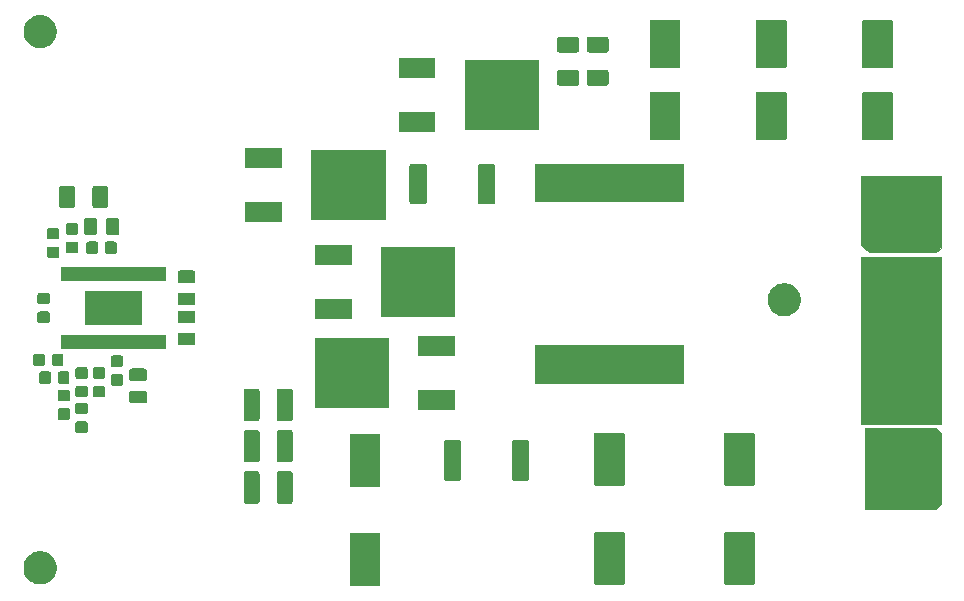
<source format=gbr>
G04 #@! TF.GenerationSoftware,KiCad,Pcbnew,5.1.4-e60b266~84~ubuntu18.04.1*
G04 #@! TF.CreationDate,2019-10-13T11:44:25+02:00*
G04 #@! TF.ProjectId,Buck_boost,4275636b-5f62-46f6-9f73-742e6b696361,rev?*
G04 #@! TF.SameCoordinates,Original*
G04 #@! TF.FileFunction,Soldermask,Top*
G04 #@! TF.FilePolarity,Negative*
%FSLAX46Y46*%
G04 Gerber Fmt 4.6, Leading zero omitted, Abs format (unit mm)*
G04 Created by KiCad (PCBNEW 5.1.4-e60b266~84~ubuntu18.04.1) date 2019-10-13 11:44:25*
%MOMM*%
%LPD*%
G04 APERTURE LIST*
%ADD10C,0.100000*%
G04 APERTURE END LIST*
D10*
G36*
X209750000Y-131300000D02*
G01*
X209750000Y-137300000D01*
X209350000Y-137700000D01*
X203350000Y-137700000D01*
X203350000Y-130900000D01*
X209350000Y-130900000D01*
X209750000Y-131300000D01*
G37*
X209750000Y-131300000D02*
X209750000Y-137300000D01*
X209350000Y-137700000D01*
X203350000Y-137700000D01*
X203350000Y-130900000D01*
X209350000Y-130900000D01*
X209750000Y-131300000D01*
G36*
X209750000Y-130550000D02*
G01*
X203000000Y-130550000D01*
X203000000Y-116350000D01*
X209750000Y-116350000D01*
X209750000Y-130550000D01*
G37*
X209750000Y-130550000D02*
X203000000Y-130550000D01*
X203000000Y-116350000D01*
X209750000Y-116350000D01*
X209750000Y-130550000D01*
G36*
X209750000Y-115600000D02*
G01*
X209350000Y-116000000D01*
X203650000Y-116000000D01*
X203000000Y-115350000D01*
X203000000Y-109500000D01*
X209750000Y-109500000D01*
X209750000Y-115600000D01*
G37*
X209750000Y-115600000D02*
X209350000Y-116000000D01*
X203650000Y-116000000D01*
X203000000Y-115350000D01*
X203000000Y-109500000D01*
X209750000Y-109500000D01*
X209750000Y-115600000D01*
G36*
X162171934Y-139752671D02*
G01*
X162201877Y-139761754D01*
X162229465Y-139776500D01*
X162253651Y-139796349D01*
X162273500Y-139820535D01*
X162288246Y-139848123D01*
X162297329Y-139878066D01*
X162301000Y-139915340D01*
X162301000Y-144084660D01*
X162297329Y-144121934D01*
X162288246Y-144151877D01*
X162273500Y-144179465D01*
X162253651Y-144203651D01*
X162229465Y-144223500D01*
X162201877Y-144238246D01*
X162171934Y-144247329D01*
X162134660Y-144251000D01*
X159865340Y-144251000D01*
X159828066Y-144247329D01*
X159798123Y-144238246D01*
X159770535Y-144223500D01*
X159746349Y-144203651D01*
X159726500Y-144179465D01*
X159711754Y-144151877D01*
X159702671Y-144121934D01*
X159699000Y-144084660D01*
X159699000Y-139915340D01*
X159702671Y-139878066D01*
X159711754Y-139848123D01*
X159726500Y-139820535D01*
X159746349Y-139796349D01*
X159770535Y-139776500D01*
X159798123Y-139761754D01*
X159828066Y-139752671D01*
X159865340Y-139749000D01*
X162134660Y-139749000D01*
X162171934Y-139752671D01*
X162171934Y-139752671D01*
G37*
G36*
X193871934Y-139652671D02*
G01*
X193901877Y-139661754D01*
X193929465Y-139676500D01*
X193953651Y-139696349D01*
X193973500Y-139720535D01*
X193988246Y-139748123D01*
X193997329Y-139778066D01*
X194001000Y-139815340D01*
X194001000Y-143984660D01*
X193997329Y-144021934D01*
X193988246Y-144051877D01*
X193973500Y-144079465D01*
X193953651Y-144103651D01*
X193929465Y-144123500D01*
X193901877Y-144138246D01*
X193871934Y-144147329D01*
X193834660Y-144151000D01*
X191565340Y-144151000D01*
X191528066Y-144147329D01*
X191498123Y-144138246D01*
X191470535Y-144123500D01*
X191446349Y-144103651D01*
X191426500Y-144079465D01*
X191411754Y-144051877D01*
X191402671Y-144021934D01*
X191399000Y-143984660D01*
X191399000Y-139815340D01*
X191402671Y-139778066D01*
X191411754Y-139748123D01*
X191426500Y-139720535D01*
X191446349Y-139696349D01*
X191470535Y-139676500D01*
X191498123Y-139661754D01*
X191528066Y-139652671D01*
X191565340Y-139649000D01*
X193834660Y-139649000D01*
X193871934Y-139652671D01*
X193871934Y-139652671D01*
G37*
G36*
X182871934Y-139652671D02*
G01*
X182901877Y-139661754D01*
X182929465Y-139676500D01*
X182953651Y-139696349D01*
X182973500Y-139720535D01*
X182988246Y-139748123D01*
X182997329Y-139778066D01*
X183001000Y-139815340D01*
X183001000Y-143984660D01*
X182997329Y-144021934D01*
X182988246Y-144051877D01*
X182973500Y-144079465D01*
X182953651Y-144103651D01*
X182929465Y-144123500D01*
X182901877Y-144138246D01*
X182871934Y-144147329D01*
X182834660Y-144151000D01*
X180565340Y-144151000D01*
X180528066Y-144147329D01*
X180498123Y-144138246D01*
X180470535Y-144123500D01*
X180446349Y-144103651D01*
X180426500Y-144079465D01*
X180411754Y-144051877D01*
X180402671Y-144021934D01*
X180399000Y-143984660D01*
X180399000Y-139815340D01*
X180402671Y-139778066D01*
X180411754Y-139748123D01*
X180426500Y-139720535D01*
X180446349Y-139696349D01*
X180470535Y-139676500D01*
X180498123Y-139661754D01*
X180528066Y-139652671D01*
X180565340Y-139649000D01*
X182834660Y-139649000D01*
X182871934Y-139652671D01*
X182871934Y-139652671D01*
G37*
G36*
X133818433Y-141334893D02*
G01*
X133908657Y-141352839D01*
X134014267Y-141396585D01*
X134163621Y-141458449D01*
X134163622Y-141458450D01*
X134393086Y-141611772D01*
X134588228Y-141806914D01*
X134690675Y-141960237D01*
X134741551Y-142036379D01*
X134847161Y-142291344D01*
X134901000Y-142562012D01*
X134901000Y-142837988D01*
X134847161Y-143108656D01*
X134741551Y-143363621D01*
X134741550Y-143363622D01*
X134588228Y-143593086D01*
X134393086Y-143788228D01*
X134239763Y-143890675D01*
X134163621Y-143941551D01*
X134045752Y-143990374D01*
X133908657Y-144047161D01*
X133818433Y-144065107D01*
X133637988Y-144101000D01*
X133362012Y-144101000D01*
X133181567Y-144065107D01*
X133091343Y-144047161D01*
X132954248Y-143990374D01*
X132836379Y-143941551D01*
X132760237Y-143890675D01*
X132606914Y-143788228D01*
X132411772Y-143593086D01*
X132258450Y-143363622D01*
X132258449Y-143363621D01*
X132152839Y-143108656D01*
X132099000Y-142837988D01*
X132099000Y-142562012D01*
X132152839Y-142291344D01*
X132258449Y-142036379D01*
X132309325Y-141960237D01*
X132411772Y-141806914D01*
X132606914Y-141611772D01*
X132836378Y-141458450D01*
X132836379Y-141458449D01*
X132985733Y-141396585D01*
X133091343Y-141352839D01*
X133181567Y-141334893D01*
X133362012Y-141299000D01*
X133637988Y-141299000D01*
X133818433Y-141334893D01*
X133818433Y-141334893D01*
G37*
G36*
X154718604Y-134528347D02*
G01*
X154755144Y-134539432D01*
X154788821Y-134557433D01*
X154818341Y-134581659D01*
X154842567Y-134611179D01*
X154860568Y-134644856D01*
X154871653Y-134681396D01*
X154876000Y-134725538D01*
X154876000Y-137074462D01*
X154871653Y-137118604D01*
X154860568Y-137155144D01*
X154842567Y-137188821D01*
X154818341Y-137218341D01*
X154788821Y-137242567D01*
X154755144Y-137260568D01*
X154718604Y-137271653D01*
X154674462Y-137276000D01*
X153725538Y-137276000D01*
X153681396Y-137271653D01*
X153644856Y-137260568D01*
X153611179Y-137242567D01*
X153581659Y-137218341D01*
X153557433Y-137188821D01*
X153539432Y-137155144D01*
X153528347Y-137118604D01*
X153524000Y-137074462D01*
X153524000Y-134725538D01*
X153528347Y-134681396D01*
X153539432Y-134644856D01*
X153557433Y-134611179D01*
X153581659Y-134581659D01*
X153611179Y-134557433D01*
X153644856Y-134539432D01*
X153681396Y-134528347D01*
X153725538Y-134524000D01*
X154674462Y-134524000D01*
X154718604Y-134528347D01*
X154718604Y-134528347D01*
G37*
G36*
X151918604Y-134528347D02*
G01*
X151955144Y-134539432D01*
X151988821Y-134557433D01*
X152018341Y-134581659D01*
X152042567Y-134611179D01*
X152060568Y-134644856D01*
X152071653Y-134681396D01*
X152076000Y-134725538D01*
X152076000Y-137074462D01*
X152071653Y-137118604D01*
X152060568Y-137155144D01*
X152042567Y-137188821D01*
X152018341Y-137218341D01*
X151988821Y-137242567D01*
X151955144Y-137260568D01*
X151918604Y-137271653D01*
X151874462Y-137276000D01*
X150925538Y-137276000D01*
X150881396Y-137271653D01*
X150844856Y-137260568D01*
X150811179Y-137242567D01*
X150781659Y-137218341D01*
X150757433Y-137188821D01*
X150739432Y-137155144D01*
X150728347Y-137118604D01*
X150724000Y-137074462D01*
X150724000Y-134725538D01*
X150728347Y-134681396D01*
X150739432Y-134644856D01*
X150757433Y-134611179D01*
X150781659Y-134581659D01*
X150811179Y-134557433D01*
X150844856Y-134539432D01*
X150881396Y-134528347D01*
X150925538Y-134524000D01*
X151874462Y-134524000D01*
X151918604Y-134528347D01*
X151918604Y-134528347D01*
G37*
G36*
X162171934Y-131352671D02*
G01*
X162201877Y-131361754D01*
X162229465Y-131376500D01*
X162253651Y-131396349D01*
X162273500Y-131420535D01*
X162288246Y-131448123D01*
X162297329Y-131478066D01*
X162301000Y-131515340D01*
X162301000Y-135684660D01*
X162297329Y-135721934D01*
X162288246Y-135751877D01*
X162273500Y-135779465D01*
X162253651Y-135803651D01*
X162229465Y-135823500D01*
X162201877Y-135838246D01*
X162171934Y-135847329D01*
X162134660Y-135851000D01*
X159865340Y-135851000D01*
X159828066Y-135847329D01*
X159798123Y-135838246D01*
X159770535Y-135823500D01*
X159746349Y-135803651D01*
X159726500Y-135779465D01*
X159711754Y-135751877D01*
X159702671Y-135721934D01*
X159699000Y-135684660D01*
X159699000Y-131515340D01*
X159702671Y-131478066D01*
X159711754Y-131448123D01*
X159726500Y-131420535D01*
X159746349Y-131396349D01*
X159770535Y-131376500D01*
X159798123Y-131361754D01*
X159828066Y-131352671D01*
X159865340Y-131349000D01*
X162134660Y-131349000D01*
X162171934Y-131352671D01*
X162171934Y-131352671D01*
G37*
G36*
X182871934Y-131252671D02*
G01*
X182901877Y-131261754D01*
X182929465Y-131276500D01*
X182953651Y-131296349D01*
X182973500Y-131320535D01*
X182988246Y-131348123D01*
X182997329Y-131378066D01*
X183001000Y-131415340D01*
X183001000Y-135584660D01*
X182997329Y-135621934D01*
X182988246Y-135651877D01*
X182973500Y-135679465D01*
X182953651Y-135703651D01*
X182929465Y-135723500D01*
X182901877Y-135738246D01*
X182871934Y-135747329D01*
X182834660Y-135751000D01*
X180565340Y-135751000D01*
X180528066Y-135747329D01*
X180498123Y-135738246D01*
X180470535Y-135723500D01*
X180446349Y-135703651D01*
X180426500Y-135679465D01*
X180411754Y-135651877D01*
X180402671Y-135621934D01*
X180399000Y-135584660D01*
X180399000Y-131415340D01*
X180402671Y-131378066D01*
X180411754Y-131348123D01*
X180426500Y-131320535D01*
X180446349Y-131296349D01*
X180470535Y-131276500D01*
X180498123Y-131261754D01*
X180528066Y-131252671D01*
X180565340Y-131249000D01*
X182834660Y-131249000D01*
X182871934Y-131252671D01*
X182871934Y-131252671D01*
G37*
G36*
X193871934Y-131252671D02*
G01*
X193901877Y-131261754D01*
X193929465Y-131276500D01*
X193953651Y-131296349D01*
X193973500Y-131320535D01*
X193988246Y-131348123D01*
X193997329Y-131378066D01*
X194001000Y-131415340D01*
X194001000Y-135584660D01*
X193997329Y-135621934D01*
X193988246Y-135651877D01*
X193973500Y-135679465D01*
X193953651Y-135703651D01*
X193929465Y-135723500D01*
X193901877Y-135738246D01*
X193871934Y-135747329D01*
X193834660Y-135751000D01*
X191565340Y-135751000D01*
X191528066Y-135747329D01*
X191498123Y-135738246D01*
X191470535Y-135723500D01*
X191446349Y-135703651D01*
X191426500Y-135679465D01*
X191411754Y-135651877D01*
X191402671Y-135621934D01*
X191399000Y-135584660D01*
X191399000Y-131415340D01*
X191402671Y-131378066D01*
X191411754Y-131348123D01*
X191426500Y-131320535D01*
X191446349Y-131296349D01*
X191470535Y-131276500D01*
X191498123Y-131261754D01*
X191528066Y-131252671D01*
X191565340Y-131249000D01*
X193834660Y-131249000D01*
X193871934Y-131252671D01*
X193871934Y-131252671D01*
G37*
G36*
X174772798Y-131878247D02*
G01*
X174808367Y-131889037D01*
X174841139Y-131906554D01*
X174869869Y-131930131D01*
X174893446Y-131958861D01*
X174910963Y-131991633D01*
X174921753Y-132027202D01*
X174926000Y-132070325D01*
X174926000Y-135129675D01*
X174921753Y-135172798D01*
X174910963Y-135208367D01*
X174893446Y-135241139D01*
X174869869Y-135269869D01*
X174841139Y-135293446D01*
X174808367Y-135310963D01*
X174772798Y-135321753D01*
X174729675Y-135326000D01*
X173670325Y-135326000D01*
X173627202Y-135321753D01*
X173591633Y-135310963D01*
X173558861Y-135293446D01*
X173530131Y-135269869D01*
X173506554Y-135241139D01*
X173489037Y-135208367D01*
X173478247Y-135172798D01*
X173474000Y-135129675D01*
X173474000Y-132070325D01*
X173478247Y-132027202D01*
X173489037Y-131991633D01*
X173506554Y-131958861D01*
X173530131Y-131930131D01*
X173558861Y-131906554D01*
X173591633Y-131889037D01*
X173627202Y-131878247D01*
X173670325Y-131874000D01*
X174729675Y-131874000D01*
X174772798Y-131878247D01*
X174772798Y-131878247D01*
G37*
G36*
X168972798Y-131878247D02*
G01*
X169008367Y-131889037D01*
X169041139Y-131906554D01*
X169069869Y-131930131D01*
X169093446Y-131958861D01*
X169110963Y-131991633D01*
X169121753Y-132027202D01*
X169126000Y-132070325D01*
X169126000Y-135129675D01*
X169121753Y-135172798D01*
X169110963Y-135208367D01*
X169093446Y-135241139D01*
X169069869Y-135269869D01*
X169041139Y-135293446D01*
X169008367Y-135310963D01*
X168972798Y-135321753D01*
X168929675Y-135326000D01*
X167870325Y-135326000D01*
X167827202Y-135321753D01*
X167791633Y-135310963D01*
X167758861Y-135293446D01*
X167730131Y-135269869D01*
X167706554Y-135241139D01*
X167689037Y-135208367D01*
X167678247Y-135172798D01*
X167674000Y-135129675D01*
X167674000Y-132070325D01*
X167678247Y-132027202D01*
X167689037Y-131991633D01*
X167706554Y-131958861D01*
X167730131Y-131930131D01*
X167758861Y-131906554D01*
X167791633Y-131889037D01*
X167827202Y-131878247D01*
X167870325Y-131874000D01*
X168929675Y-131874000D01*
X168972798Y-131878247D01*
X168972798Y-131878247D01*
G37*
G36*
X151918604Y-131028347D02*
G01*
X151955144Y-131039432D01*
X151988821Y-131057433D01*
X152018341Y-131081659D01*
X152042567Y-131111179D01*
X152060568Y-131144856D01*
X152071653Y-131181396D01*
X152076000Y-131225538D01*
X152076000Y-133574462D01*
X152071653Y-133618604D01*
X152060568Y-133655144D01*
X152042567Y-133688821D01*
X152018341Y-133718341D01*
X151988821Y-133742567D01*
X151955144Y-133760568D01*
X151918604Y-133771653D01*
X151874462Y-133776000D01*
X150925538Y-133776000D01*
X150881396Y-133771653D01*
X150844856Y-133760568D01*
X150811179Y-133742567D01*
X150781659Y-133718341D01*
X150757433Y-133688821D01*
X150739432Y-133655144D01*
X150728347Y-133618604D01*
X150724000Y-133574462D01*
X150724000Y-131225538D01*
X150728347Y-131181396D01*
X150739432Y-131144856D01*
X150757433Y-131111179D01*
X150781659Y-131081659D01*
X150811179Y-131057433D01*
X150844856Y-131039432D01*
X150881396Y-131028347D01*
X150925538Y-131024000D01*
X151874462Y-131024000D01*
X151918604Y-131028347D01*
X151918604Y-131028347D01*
G37*
G36*
X154718604Y-131028347D02*
G01*
X154755144Y-131039432D01*
X154788821Y-131057433D01*
X154818341Y-131081659D01*
X154842567Y-131111179D01*
X154860568Y-131144856D01*
X154871653Y-131181396D01*
X154876000Y-131225538D01*
X154876000Y-133574462D01*
X154871653Y-133618604D01*
X154860568Y-133655144D01*
X154842567Y-133688821D01*
X154818341Y-133718341D01*
X154788821Y-133742567D01*
X154755144Y-133760568D01*
X154718604Y-133771653D01*
X154674462Y-133776000D01*
X153725538Y-133776000D01*
X153681396Y-133771653D01*
X153644856Y-133760568D01*
X153611179Y-133742567D01*
X153581659Y-133718341D01*
X153557433Y-133688821D01*
X153539432Y-133655144D01*
X153528347Y-133618604D01*
X153524000Y-133574462D01*
X153524000Y-131225538D01*
X153528347Y-131181396D01*
X153539432Y-131144856D01*
X153557433Y-131111179D01*
X153581659Y-131081659D01*
X153611179Y-131057433D01*
X153644856Y-131039432D01*
X153681396Y-131028347D01*
X153725538Y-131024000D01*
X154674462Y-131024000D01*
X154718604Y-131028347D01*
X154718604Y-131028347D01*
G37*
G36*
X137379591Y-130303085D02*
G01*
X137413569Y-130313393D01*
X137444890Y-130330134D01*
X137472339Y-130352661D01*
X137494866Y-130380110D01*
X137511607Y-130411431D01*
X137521915Y-130445409D01*
X137526000Y-130486890D01*
X137526000Y-131088110D01*
X137521915Y-131129591D01*
X137511607Y-131163569D01*
X137494866Y-131194890D01*
X137472339Y-131222339D01*
X137444890Y-131244866D01*
X137413569Y-131261607D01*
X137379591Y-131271915D01*
X137338110Y-131276000D01*
X136661890Y-131276000D01*
X136620409Y-131271915D01*
X136586431Y-131261607D01*
X136555110Y-131244866D01*
X136527661Y-131222339D01*
X136505134Y-131194890D01*
X136488393Y-131163569D01*
X136478085Y-131129591D01*
X136474000Y-131088110D01*
X136474000Y-130486890D01*
X136478085Y-130445409D01*
X136488393Y-130411431D01*
X136505134Y-130380110D01*
X136527661Y-130352661D01*
X136555110Y-130330134D01*
X136586431Y-130313393D01*
X136620409Y-130303085D01*
X136661890Y-130299000D01*
X137338110Y-130299000D01*
X137379591Y-130303085D01*
X137379591Y-130303085D01*
G37*
G36*
X154718604Y-127528347D02*
G01*
X154755144Y-127539432D01*
X154788821Y-127557433D01*
X154818341Y-127581659D01*
X154842567Y-127611179D01*
X154860568Y-127644856D01*
X154871653Y-127681396D01*
X154876000Y-127725538D01*
X154876000Y-130074462D01*
X154871653Y-130118604D01*
X154860568Y-130155144D01*
X154842567Y-130188821D01*
X154818341Y-130218341D01*
X154788821Y-130242567D01*
X154755144Y-130260568D01*
X154718604Y-130271653D01*
X154674462Y-130276000D01*
X153725538Y-130276000D01*
X153681396Y-130271653D01*
X153644856Y-130260568D01*
X153611179Y-130242567D01*
X153581659Y-130218341D01*
X153557433Y-130188821D01*
X153539432Y-130155144D01*
X153528347Y-130118604D01*
X153524000Y-130074462D01*
X153524000Y-127725538D01*
X153528347Y-127681396D01*
X153539432Y-127644856D01*
X153557433Y-127611179D01*
X153581659Y-127581659D01*
X153611179Y-127557433D01*
X153644856Y-127539432D01*
X153681396Y-127528347D01*
X153725538Y-127524000D01*
X154674462Y-127524000D01*
X154718604Y-127528347D01*
X154718604Y-127528347D01*
G37*
G36*
X151918604Y-127528347D02*
G01*
X151955144Y-127539432D01*
X151988821Y-127557433D01*
X152018341Y-127581659D01*
X152042567Y-127611179D01*
X152060568Y-127644856D01*
X152071653Y-127681396D01*
X152076000Y-127725538D01*
X152076000Y-130074462D01*
X152071653Y-130118604D01*
X152060568Y-130155144D01*
X152042567Y-130188821D01*
X152018341Y-130218341D01*
X151988821Y-130242567D01*
X151955144Y-130260568D01*
X151918604Y-130271653D01*
X151874462Y-130276000D01*
X150925538Y-130276000D01*
X150881396Y-130271653D01*
X150844856Y-130260568D01*
X150811179Y-130242567D01*
X150781659Y-130218341D01*
X150757433Y-130188821D01*
X150739432Y-130155144D01*
X150728347Y-130118604D01*
X150724000Y-130074462D01*
X150724000Y-127725538D01*
X150728347Y-127681396D01*
X150739432Y-127644856D01*
X150757433Y-127611179D01*
X150781659Y-127581659D01*
X150811179Y-127557433D01*
X150844856Y-127539432D01*
X150881396Y-127528347D01*
X150925538Y-127524000D01*
X151874462Y-127524000D01*
X151918604Y-127528347D01*
X151918604Y-127528347D01*
G37*
G36*
X135879591Y-129203085D02*
G01*
X135913569Y-129213393D01*
X135944890Y-129230134D01*
X135972339Y-129252661D01*
X135994866Y-129280110D01*
X136011607Y-129311431D01*
X136021915Y-129345409D01*
X136026000Y-129386890D01*
X136026000Y-129988110D01*
X136021915Y-130029591D01*
X136011607Y-130063569D01*
X135994866Y-130094890D01*
X135972339Y-130122339D01*
X135944890Y-130144866D01*
X135913569Y-130161607D01*
X135879591Y-130171915D01*
X135838110Y-130176000D01*
X135161890Y-130176000D01*
X135120409Y-130171915D01*
X135086431Y-130161607D01*
X135055110Y-130144866D01*
X135027661Y-130122339D01*
X135005134Y-130094890D01*
X134988393Y-130063569D01*
X134978085Y-130029591D01*
X134974000Y-129988110D01*
X134974000Y-129386890D01*
X134978085Y-129345409D01*
X134988393Y-129311431D01*
X135005134Y-129280110D01*
X135027661Y-129252661D01*
X135055110Y-129230134D01*
X135086431Y-129213393D01*
X135120409Y-129203085D01*
X135161890Y-129199000D01*
X135838110Y-129199000D01*
X135879591Y-129203085D01*
X135879591Y-129203085D01*
G37*
G36*
X137379591Y-128728085D02*
G01*
X137413569Y-128738393D01*
X137444890Y-128755134D01*
X137472339Y-128777661D01*
X137494866Y-128805110D01*
X137511607Y-128836431D01*
X137521915Y-128870409D01*
X137526000Y-128911890D01*
X137526000Y-129513110D01*
X137521915Y-129554591D01*
X137511607Y-129588569D01*
X137494866Y-129619890D01*
X137472339Y-129647339D01*
X137444890Y-129669866D01*
X137413569Y-129686607D01*
X137379591Y-129696915D01*
X137338110Y-129701000D01*
X136661890Y-129701000D01*
X136620409Y-129696915D01*
X136586431Y-129686607D01*
X136555110Y-129669866D01*
X136527661Y-129647339D01*
X136505134Y-129619890D01*
X136488393Y-129588569D01*
X136478085Y-129554591D01*
X136474000Y-129513110D01*
X136474000Y-128911890D01*
X136478085Y-128870409D01*
X136488393Y-128836431D01*
X136505134Y-128805110D01*
X136527661Y-128777661D01*
X136555110Y-128755134D01*
X136586431Y-128738393D01*
X136620409Y-128728085D01*
X136661890Y-128724000D01*
X137338110Y-128724000D01*
X137379591Y-128728085D01*
X137379591Y-128728085D01*
G37*
G36*
X168631000Y-129336000D02*
G01*
X165529000Y-129336000D01*
X165529000Y-127634000D01*
X168631000Y-127634000D01*
X168631000Y-129336000D01*
X168631000Y-129336000D01*
G37*
G36*
X163051000Y-129151000D02*
G01*
X156749000Y-129151000D01*
X156749000Y-123249000D01*
X163051000Y-123249000D01*
X163051000Y-129151000D01*
X163051000Y-129151000D01*
G37*
G36*
X142384468Y-127703565D02*
G01*
X142423138Y-127715296D01*
X142458777Y-127734346D01*
X142490017Y-127759983D01*
X142515654Y-127791223D01*
X142534704Y-127826862D01*
X142546435Y-127865532D01*
X142551000Y-127911888D01*
X142551000Y-128563112D01*
X142546435Y-128609468D01*
X142534704Y-128648138D01*
X142515654Y-128683777D01*
X142490017Y-128715017D01*
X142458777Y-128740654D01*
X142423138Y-128759704D01*
X142384468Y-128771435D01*
X142338112Y-128776000D01*
X141261888Y-128776000D01*
X141215532Y-128771435D01*
X141176862Y-128759704D01*
X141141223Y-128740654D01*
X141109983Y-128715017D01*
X141084346Y-128683777D01*
X141065296Y-128648138D01*
X141053565Y-128609468D01*
X141049000Y-128563112D01*
X141049000Y-127911888D01*
X141053565Y-127865532D01*
X141065296Y-127826862D01*
X141084346Y-127791223D01*
X141109983Y-127759983D01*
X141141223Y-127734346D01*
X141176862Y-127715296D01*
X141215532Y-127703565D01*
X141261888Y-127699000D01*
X142338112Y-127699000D01*
X142384468Y-127703565D01*
X142384468Y-127703565D01*
G37*
G36*
X135879591Y-127628085D02*
G01*
X135913569Y-127638393D01*
X135944890Y-127655134D01*
X135972339Y-127677661D01*
X135994866Y-127705110D01*
X136011607Y-127736431D01*
X136021915Y-127770409D01*
X136026000Y-127811890D01*
X136026000Y-128413110D01*
X136021915Y-128454591D01*
X136011607Y-128488569D01*
X135994866Y-128519890D01*
X135972339Y-128547339D01*
X135944890Y-128569866D01*
X135913569Y-128586607D01*
X135879591Y-128596915D01*
X135838110Y-128601000D01*
X135161890Y-128601000D01*
X135120409Y-128596915D01*
X135086431Y-128586607D01*
X135055110Y-128569866D01*
X135027661Y-128547339D01*
X135005134Y-128519890D01*
X134988393Y-128488569D01*
X134978085Y-128454591D01*
X134974000Y-128413110D01*
X134974000Y-127811890D01*
X134978085Y-127770409D01*
X134988393Y-127736431D01*
X135005134Y-127705110D01*
X135027661Y-127677661D01*
X135055110Y-127655134D01*
X135086431Y-127638393D01*
X135120409Y-127628085D01*
X135161890Y-127624000D01*
X135838110Y-127624000D01*
X135879591Y-127628085D01*
X135879591Y-127628085D01*
G37*
G36*
X138879591Y-127303085D02*
G01*
X138913569Y-127313393D01*
X138944890Y-127330134D01*
X138972339Y-127352661D01*
X138994866Y-127380110D01*
X139011607Y-127411431D01*
X139021915Y-127445409D01*
X139026000Y-127486890D01*
X139026000Y-128088110D01*
X139021915Y-128129591D01*
X139011607Y-128163569D01*
X138994866Y-128194890D01*
X138972339Y-128222339D01*
X138944890Y-128244866D01*
X138913569Y-128261607D01*
X138879591Y-128271915D01*
X138838110Y-128276000D01*
X138161890Y-128276000D01*
X138120409Y-128271915D01*
X138086431Y-128261607D01*
X138055110Y-128244866D01*
X138027661Y-128222339D01*
X138005134Y-128194890D01*
X137988393Y-128163569D01*
X137978085Y-128129591D01*
X137974000Y-128088110D01*
X137974000Y-127486890D01*
X137978085Y-127445409D01*
X137988393Y-127411431D01*
X138005134Y-127380110D01*
X138027661Y-127352661D01*
X138055110Y-127330134D01*
X138086431Y-127313393D01*
X138120409Y-127303085D01*
X138161890Y-127299000D01*
X138838110Y-127299000D01*
X138879591Y-127303085D01*
X138879591Y-127303085D01*
G37*
G36*
X137394592Y-127298084D02*
G01*
X137428570Y-127308392D01*
X137459891Y-127325133D01*
X137487340Y-127347660D01*
X137509867Y-127375109D01*
X137526608Y-127406430D01*
X137536916Y-127440408D01*
X137541001Y-127481889D01*
X137541001Y-128083109D01*
X137536916Y-128124590D01*
X137526608Y-128158568D01*
X137509867Y-128189889D01*
X137487340Y-128217338D01*
X137459891Y-128239865D01*
X137428570Y-128256606D01*
X137394592Y-128266914D01*
X137353111Y-128270999D01*
X136676891Y-128270999D01*
X136635410Y-128266914D01*
X136601432Y-128256606D01*
X136570111Y-128239865D01*
X136542662Y-128217338D01*
X136520135Y-128189889D01*
X136503394Y-128158568D01*
X136493086Y-128124590D01*
X136489001Y-128083109D01*
X136489001Y-127481889D01*
X136493086Y-127440408D01*
X136503394Y-127406430D01*
X136520135Y-127375109D01*
X136542662Y-127347660D01*
X136570111Y-127325133D01*
X136601432Y-127308392D01*
X136635410Y-127298084D01*
X136676891Y-127293999D01*
X137353111Y-127293999D01*
X137394592Y-127298084D01*
X137394592Y-127298084D01*
G37*
G36*
X140379591Y-126303085D02*
G01*
X140413569Y-126313393D01*
X140444890Y-126330134D01*
X140472339Y-126352661D01*
X140494866Y-126380110D01*
X140511607Y-126411431D01*
X140521915Y-126445409D01*
X140526000Y-126486890D01*
X140526000Y-127088110D01*
X140521915Y-127129591D01*
X140511607Y-127163569D01*
X140494866Y-127194890D01*
X140472339Y-127222339D01*
X140444890Y-127244866D01*
X140413569Y-127261607D01*
X140379591Y-127271915D01*
X140338110Y-127276000D01*
X139661890Y-127276000D01*
X139620409Y-127271915D01*
X139586431Y-127261607D01*
X139555110Y-127244866D01*
X139527661Y-127222339D01*
X139505134Y-127194890D01*
X139488393Y-127163569D01*
X139478085Y-127129591D01*
X139474000Y-127088110D01*
X139474000Y-126486890D01*
X139478085Y-126445409D01*
X139488393Y-126411431D01*
X139505134Y-126380110D01*
X139527661Y-126352661D01*
X139555110Y-126330134D01*
X139586431Y-126313393D01*
X139620409Y-126303085D01*
X139661890Y-126299000D01*
X140338110Y-126299000D01*
X140379591Y-126303085D01*
X140379591Y-126303085D01*
G37*
G36*
X135842091Y-126078085D02*
G01*
X135876069Y-126088393D01*
X135907390Y-126105134D01*
X135934839Y-126127661D01*
X135957366Y-126155110D01*
X135974107Y-126186431D01*
X135984415Y-126220409D01*
X135988500Y-126261890D01*
X135988500Y-126938110D01*
X135984415Y-126979591D01*
X135974107Y-127013569D01*
X135957366Y-127044890D01*
X135934839Y-127072339D01*
X135907390Y-127094866D01*
X135876069Y-127111607D01*
X135842091Y-127121915D01*
X135800610Y-127126000D01*
X135199390Y-127126000D01*
X135157909Y-127121915D01*
X135123931Y-127111607D01*
X135092610Y-127094866D01*
X135065161Y-127072339D01*
X135042634Y-127044890D01*
X135025893Y-127013569D01*
X135015585Y-126979591D01*
X135011500Y-126938110D01*
X135011500Y-126261890D01*
X135015585Y-126220409D01*
X135025893Y-126186431D01*
X135042634Y-126155110D01*
X135065161Y-126127661D01*
X135092610Y-126105134D01*
X135123931Y-126088393D01*
X135157909Y-126078085D01*
X135199390Y-126074000D01*
X135800610Y-126074000D01*
X135842091Y-126078085D01*
X135842091Y-126078085D01*
G37*
G36*
X134267091Y-126078085D02*
G01*
X134301069Y-126088393D01*
X134332390Y-126105134D01*
X134359839Y-126127661D01*
X134382366Y-126155110D01*
X134399107Y-126186431D01*
X134409415Y-126220409D01*
X134413500Y-126261890D01*
X134413500Y-126938110D01*
X134409415Y-126979591D01*
X134399107Y-127013569D01*
X134382366Y-127044890D01*
X134359839Y-127072339D01*
X134332390Y-127094866D01*
X134301069Y-127111607D01*
X134267091Y-127121915D01*
X134225610Y-127126000D01*
X133624390Y-127126000D01*
X133582909Y-127121915D01*
X133548931Y-127111607D01*
X133517610Y-127094866D01*
X133490161Y-127072339D01*
X133467634Y-127044890D01*
X133450893Y-127013569D01*
X133440585Y-126979591D01*
X133436500Y-126938110D01*
X133436500Y-126261890D01*
X133440585Y-126220409D01*
X133450893Y-126186431D01*
X133467634Y-126155110D01*
X133490161Y-126127661D01*
X133517610Y-126105134D01*
X133548931Y-126088393D01*
X133582909Y-126078085D01*
X133624390Y-126074000D01*
X134225610Y-126074000D01*
X134267091Y-126078085D01*
X134267091Y-126078085D01*
G37*
G36*
X188001000Y-127101000D02*
G01*
X175399000Y-127101000D01*
X175399000Y-123849000D01*
X188001000Y-123849000D01*
X188001000Y-127101000D01*
X188001000Y-127101000D01*
G37*
G36*
X142384468Y-125828565D02*
G01*
X142423138Y-125840296D01*
X142458777Y-125859346D01*
X142490017Y-125884983D01*
X142515654Y-125916223D01*
X142534704Y-125951862D01*
X142546435Y-125990532D01*
X142551000Y-126036888D01*
X142551000Y-126688112D01*
X142546435Y-126734468D01*
X142534704Y-126773138D01*
X142515654Y-126808777D01*
X142490017Y-126840017D01*
X142458777Y-126865654D01*
X142423138Y-126884704D01*
X142384468Y-126896435D01*
X142338112Y-126901000D01*
X141261888Y-126901000D01*
X141215532Y-126896435D01*
X141176862Y-126884704D01*
X141141223Y-126865654D01*
X141109983Y-126840017D01*
X141084346Y-126808777D01*
X141065296Y-126773138D01*
X141053565Y-126734468D01*
X141049000Y-126688112D01*
X141049000Y-126036888D01*
X141053565Y-125990532D01*
X141065296Y-125951862D01*
X141084346Y-125916223D01*
X141109983Y-125884983D01*
X141141223Y-125859346D01*
X141176862Y-125840296D01*
X141215532Y-125828565D01*
X141261888Y-125824000D01*
X142338112Y-125824000D01*
X142384468Y-125828565D01*
X142384468Y-125828565D01*
G37*
G36*
X138879591Y-125728085D02*
G01*
X138913569Y-125738393D01*
X138944890Y-125755134D01*
X138972339Y-125777661D01*
X138994866Y-125805110D01*
X139011607Y-125836431D01*
X139021915Y-125870409D01*
X139026000Y-125911890D01*
X139026000Y-126513110D01*
X139021915Y-126554591D01*
X139011607Y-126588569D01*
X138994866Y-126619890D01*
X138972339Y-126647339D01*
X138944890Y-126669866D01*
X138913569Y-126686607D01*
X138879591Y-126696915D01*
X138838110Y-126701000D01*
X138161890Y-126701000D01*
X138120409Y-126696915D01*
X138086431Y-126686607D01*
X138055110Y-126669866D01*
X138027661Y-126647339D01*
X138005134Y-126619890D01*
X137988393Y-126588569D01*
X137978085Y-126554591D01*
X137974000Y-126513110D01*
X137974000Y-125911890D01*
X137978085Y-125870409D01*
X137988393Y-125836431D01*
X138005134Y-125805110D01*
X138027661Y-125777661D01*
X138055110Y-125755134D01*
X138086431Y-125738393D01*
X138120409Y-125728085D01*
X138161890Y-125724000D01*
X138838110Y-125724000D01*
X138879591Y-125728085D01*
X138879591Y-125728085D01*
G37*
G36*
X137394592Y-125723084D02*
G01*
X137428570Y-125733392D01*
X137459891Y-125750133D01*
X137487340Y-125772660D01*
X137509867Y-125800109D01*
X137526608Y-125831430D01*
X137536916Y-125865408D01*
X137541001Y-125906889D01*
X137541001Y-126508109D01*
X137536916Y-126549590D01*
X137526608Y-126583568D01*
X137509867Y-126614889D01*
X137487340Y-126642338D01*
X137459891Y-126664865D01*
X137428570Y-126681606D01*
X137394592Y-126691914D01*
X137353111Y-126695999D01*
X136676891Y-126695999D01*
X136635410Y-126691914D01*
X136601432Y-126681606D01*
X136570111Y-126664865D01*
X136542662Y-126642338D01*
X136520135Y-126614889D01*
X136503394Y-126583568D01*
X136493086Y-126549590D01*
X136489001Y-126508109D01*
X136489001Y-125906889D01*
X136493086Y-125865408D01*
X136503394Y-125831430D01*
X136520135Y-125800109D01*
X136542662Y-125772660D01*
X136570111Y-125750133D01*
X136601432Y-125733392D01*
X136635410Y-125723084D01*
X136676891Y-125718999D01*
X137353111Y-125718999D01*
X137394592Y-125723084D01*
X137394592Y-125723084D01*
G37*
G36*
X140379591Y-124728085D02*
G01*
X140413569Y-124738393D01*
X140444890Y-124755134D01*
X140472339Y-124777661D01*
X140494866Y-124805110D01*
X140511607Y-124836431D01*
X140521915Y-124870409D01*
X140526000Y-124911890D01*
X140526000Y-125513110D01*
X140521915Y-125554591D01*
X140511607Y-125588569D01*
X140494866Y-125619890D01*
X140472339Y-125647339D01*
X140444890Y-125669866D01*
X140413569Y-125686607D01*
X140379591Y-125696915D01*
X140338110Y-125701000D01*
X139661890Y-125701000D01*
X139620409Y-125696915D01*
X139586431Y-125686607D01*
X139555110Y-125669866D01*
X139527661Y-125647339D01*
X139505134Y-125619890D01*
X139488393Y-125588569D01*
X139478085Y-125554591D01*
X139474000Y-125513110D01*
X139474000Y-124911890D01*
X139478085Y-124870409D01*
X139488393Y-124836431D01*
X139505134Y-124805110D01*
X139527661Y-124777661D01*
X139555110Y-124755134D01*
X139586431Y-124738393D01*
X139620409Y-124728085D01*
X139661890Y-124724000D01*
X140338110Y-124724000D01*
X140379591Y-124728085D01*
X140379591Y-124728085D01*
G37*
G36*
X135329591Y-124578085D02*
G01*
X135363569Y-124588393D01*
X135394890Y-124605134D01*
X135422339Y-124627661D01*
X135444866Y-124655110D01*
X135461607Y-124686431D01*
X135471915Y-124720409D01*
X135476000Y-124761890D01*
X135476000Y-125438110D01*
X135471915Y-125479591D01*
X135461607Y-125513569D01*
X135444866Y-125544890D01*
X135422339Y-125572339D01*
X135394890Y-125594866D01*
X135363569Y-125611607D01*
X135329591Y-125621915D01*
X135288110Y-125626000D01*
X134686890Y-125626000D01*
X134645409Y-125621915D01*
X134611431Y-125611607D01*
X134580110Y-125594866D01*
X134552661Y-125572339D01*
X134530134Y-125544890D01*
X134513393Y-125513569D01*
X134503085Y-125479591D01*
X134499000Y-125438110D01*
X134499000Y-124761890D01*
X134503085Y-124720409D01*
X134513393Y-124686431D01*
X134530134Y-124655110D01*
X134552661Y-124627661D01*
X134580110Y-124605134D01*
X134611431Y-124588393D01*
X134645409Y-124578085D01*
X134686890Y-124574000D01*
X135288110Y-124574000D01*
X135329591Y-124578085D01*
X135329591Y-124578085D01*
G37*
G36*
X133754591Y-124578085D02*
G01*
X133788569Y-124588393D01*
X133819890Y-124605134D01*
X133847339Y-124627661D01*
X133869866Y-124655110D01*
X133886607Y-124686431D01*
X133896915Y-124720409D01*
X133901000Y-124761890D01*
X133901000Y-125438110D01*
X133896915Y-125479591D01*
X133886607Y-125513569D01*
X133869866Y-125544890D01*
X133847339Y-125572339D01*
X133819890Y-125594866D01*
X133788569Y-125611607D01*
X133754591Y-125621915D01*
X133713110Y-125626000D01*
X133111890Y-125626000D01*
X133070409Y-125621915D01*
X133036431Y-125611607D01*
X133005110Y-125594866D01*
X132977661Y-125572339D01*
X132955134Y-125544890D01*
X132938393Y-125513569D01*
X132928085Y-125479591D01*
X132924000Y-125438110D01*
X132924000Y-124761890D01*
X132928085Y-124720409D01*
X132938393Y-124686431D01*
X132955134Y-124655110D01*
X132977661Y-124627661D01*
X133005110Y-124605134D01*
X133036431Y-124588393D01*
X133070409Y-124578085D01*
X133111890Y-124574000D01*
X133713110Y-124574000D01*
X133754591Y-124578085D01*
X133754591Y-124578085D01*
G37*
G36*
X168631000Y-124766000D02*
G01*
X165529000Y-124766000D01*
X165529000Y-123064000D01*
X168631000Y-123064000D01*
X168631000Y-124766000D01*
X168631000Y-124766000D01*
G37*
G36*
X144180999Y-124156001D02*
G01*
X135228999Y-124156001D01*
X135228999Y-122954001D01*
X144180999Y-122954001D01*
X144180999Y-124156001D01*
X144180999Y-124156001D01*
G37*
G36*
X146484468Y-122803565D02*
G01*
X146523138Y-122815296D01*
X146558777Y-122834346D01*
X146590017Y-122859983D01*
X146615654Y-122891223D01*
X146634704Y-122926862D01*
X146646435Y-122965532D01*
X146651000Y-123011888D01*
X146651000Y-123663112D01*
X146646435Y-123709468D01*
X146634704Y-123748138D01*
X146615654Y-123783777D01*
X146590017Y-123815017D01*
X146558777Y-123840654D01*
X146523138Y-123859704D01*
X146484468Y-123871435D01*
X146438112Y-123876000D01*
X145361888Y-123876000D01*
X145315532Y-123871435D01*
X145276862Y-123859704D01*
X145241223Y-123840654D01*
X145209983Y-123815017D01*
X145184346Y-123783777D01*
X145165296Y-123748138D01*
X145153565Y-123709468D01*
X145149000Y-123663112D01*
X145149000Y-123011888D01*
X145153565Y-122965532D01*
X145165296Y-122926862D01*
X145184346Y-122891223D01*
X145209983Y-122859983D01*
X145241223Y-122834346D01*
X145276862Y-122815296D01*
X145315532Y-122803565D01*
X145361888Y-122799000D01*
X146438112Y-122799000D01*
X146484468Y-122803565D01*
X146484468Y-122803565D01*
G37*
G36*
X142130999Y-122126001D02*
G01*
X137278999Y-122126001D01*
X137278999Y-119284001D01*
X142130999Y-119284001D01*
X142130999Y-122126001D01*
X142130999Y-122126001D01*
G37*
G36*
X146484468Y-120928565D02*
G01*
X146523138Y-120940296D01*
X146558777Y-120959346D01*
X146590017Y-120984983D01*
X146615654Y-121016223D01*
X146634704Y-121051862D01*
X146646435Y-121090532D01*
X146651000Y-121136888D01*
X146651000Y-121788112D01*
X146646435Y-121834468D01*
X146634704Y-121873138D01*
X146615654Y-121908777D01*
X146590017Y-121940017D01*
X146558777Y-121965654D01*
X146523138Y-121984704D01*
X146484468Y-121996435D01*
X146438112Y-122001000D01*
X145361888Y-122001000D01*
X145315532Y-121996435D01*
X145276862Y-121984704D01*
X145241223Y-121965654D01*
X145209983Y-121940017D01*
X145184346Y-121908777D01*
X145165296Y-121873138D01*
X145153565Y-121834468D01*
X145149000Y-121788112D01*
X145149000Y-121136888D01*
X145153565Y-121090532D01*
X145165296Y-121051862D01*
X145184346Y-121016223D01*
X145209983Y-120984983D01*
X145241223Y-120959346D01*
X145276862Y-120940296D01*
X145315532Y-120928565D01*
X145361888Y-120924000D01*
X146438112Y-120924000D01*
X146484468Y-120928565D01*
X146484468Y-120928565D01*
G37*
G36*
X134179591Y-121003085D02*
G01*
X134213569Y-121013393D01*
X134244890Y-121030134D01*
X134272339Y-121052661D01*
X134294866Y-121080110D01*
X134311607Y-121111431D01*
X134321915Y-121145409D01*
X134326000Y-121186890D01*
X134326000Y-121788110D01*
X134321915Y-121829591D01*
X134311607Y-121863569D01*
X134294866Y-121894890D01*
X134272339Y-121922339D01*
X134244890Y-121944866D01*
X134213569Y-121961607D01*
X134179591Y-121971915D01*
X134138110Y-121976000D01*
X133461890Y-121976000D01*
X133420409Y-121971915D01*
X133386431Y-121961607D01*
X133355110Y-121944866D01*
X133327661Y-121922339D01*
X133305134Y-121894890D01*
X133288393Y-121863569D01*
X133278085Y-121829591D01*
X133274000Y-121788110D01*
X133274000Y-121186890D01*
X133278085Y-121145409D01*
X133288393Y-121111431D01*
X133305134Y-121080110D01*
X133327661Y-121052661D01*
X133355110Y-121030134D01*
X133386431Y-121013393D01*
X133420409Y-121003085D01*
X133461890Y-120999000D01*
X134138110Y-120999000D01*
X134179591Y-121003085D01*
X134179591Y-121003085D01*
G37*
G36*
X159871000Y-121636000D02*
G01*
X156769000Y-121636000D01*
X156769000Y-119934000D01*
X159871000Y-119934000D01*
X159871000Y-121636000D01*
X159871000Y-121636000D01*
G37*
G36*
X168651000Y-121451000D02*
G01*
X162349000Y-121451000D01*
X162349000Y-115549000D01*
X168651000Y-115549000D01*
X168651000Y-121451000D01*
X168651000Y-121451000D01*
G37*
G36*
X196818433Y-118634893D02*
G01*
X196908657Y-118652839D01*
X197014267Y-118696585D01*
X197163621Y-118758449D01*
X197163622Y-118758450D01*
X197393086Y-118911772D01*
X197588228Y-119106914D01*
X197690675Y-119260237D01*
X197741551Y-119336379D01*
X197800072Y-119477661D01*
X197847161Y-119591343D01*
X197865107Y-119681567D01*
X197901000Y-119862012D01*
X197901000Y-120137988D01*
X197887322Y-120206750D01*
X197847161Y-120408657D01*
X197821157Y-120471435D01*
X197741551Y-120663621D01*
X197741550Y-120663622D01*
X197588228Y-120893086D01*
X197393086Y-121088228D01*
X197307508Y-121145409D01*
X197163621Y-121241551D01*
X197014267Y-121303415D01*
X196908657Y-121347161D01*
X196818433Y-121365107D01*
X196637988Y-121401000D01*
X196362012Y-121401000D01*
X196181567Y-121365107D01*
X196091343Y-121347161D01*
X195985733Y-121303415D01*
X195836379Y-121241551D01*
X195692492Y-121145409D01*
X195606914Y-121088228D01*
X195411772Y-120893086D01*
X195258450Y-120663622D01*
X195258449Y-120663621D01*
X195178843Y-120471435D01*
X195152839Y-120408657D01*
X195112678Y-120206750D01*
X195099000Y-120137988D01*
X195099000Y-119862012D01*
X195134893Y-119681567D01*
X195152839Y-119591343D01*
X195199928Y-119477661D01*
X195258449Y-119336379D01*
X195309325Y-119260237D01*
X195411772Y-119106914D01*
X195606914Y-118911772D01*
X195836378Y-118758450D01*
X195836379Y-118758449D01*
X195985733Y-118696585D01*
X196091343Y-118652839D01*
X196181567Y-118634893D01*
X196362012Y-118599000D01*
X196637988Y-118599000D01*
X196818433Y-118634893D01*
X196818433Y-118634893D01*
G37*
G36*
X146484468Y-119403565D02*
G01*
X146523138Y-119415296D01*
X146558777Y-119434346D01*
X146590017Y-119459983D01*
X146615654Y-119491223D01*
X146634704Y-119526862D01*
X146646435Y-119565532D01*
X146651000Y-119611888D01*
X146651000Y-120263112D01*
X146646435Y-120309468D01*
X146634704Y-120348138D01*
X146615654Y-120383777D01*
X146590017Y-120415017D01*
X146558777Y-120440654D01*
X146523138Y-120459704D01*
X146484468Y-120471435D01*
X146438112Y-120476000D01*
X145361888Y-120476000D01*
X145315532Y-120471435D01*
X145276862Y-120459704D01*
X145241223Y-120440654D01*
X145209983Y-120415017D01*
X145184346Y-120383777D01*
X145165296Y-120348138D01*
X145153565Y-120309468D01*
X145149000Y-120263112D01*
X145149000Y-119611888D01*
X145153565Y-119565532D01*
X145165296Y-119526862D01*
X145184346Y-119491223D01*
X145209983Y-119459983D01*
X145241223Y-119434346D01*
X145276862Y-119415296D01*
X145315532Y-119403565D01*
X145361888Y-119399000D01*
X146438112Y-119399000D01*
X146484468Y-119403565D01*
X146484468Y-119403565D01*
G37*
G36*
X134179591Y-119428085D02*
G01*
X134213569Y-119438393D01*
X134244890Y-119455134D01*
X134272339Y-119477661D01*
X134294866Y-119505110D01*
X134311607Y-119536431D01*
X134321915Y-119570409D01*
X134326000Y-119611890D01*
X134326000Y-120213110D01*
X134321915Y-120254591D01*
X134311607Y-120288569D01*
X134294866Y-120319890D01*
X134272339Y-120347339D01*
X134244890Y-120369866D01*
X134213569Y-120386607D01*
X134179591Y-120396915D01*
X134138110Y-120401000D01*
X133461890Y-120401000D01*
X133420409Y-120396915D01*
X133386431Y-120386607D01*
X133355110Y-120369866D01*
X133327661Y-120347339D01*
X133305134Y-120319890D01*
X133288393Y-120288569D01*
X133278085Y-120254591D01*
X133274000Y-120213110D01*
X133274000Y-119611890D01*
X133278085Y-119570409D01*
X133288393Y-119536431D01*
X133305134Y-119505110D01*
X133327661Y-119477661D01*
X133355110Y-119455134D01*
X133386431Y-119438393D01*
X133420409Y-119428085D01*
X133461890Y-119424000D01*
X134138110Y-119424000D01*
X134179591Y-119428085D01*
X134179591Y-119428085D01*
G37*
G36*
X146484468Y-117528565D02*
G01*
X146523138Y-117540296D01*
X146558777Y-117559346D01*
X146590017Y-117584983D01*
X146615654Y-117616223D01*
X146634704Y-117651862D01*
X146646435Y-117690532D01*
X146651000Y-117736888D01*
X146651000Y-118388112D01*
X146646435Y-118434468D01*
X146634704Y-118473138D01*
X146615654Y-118508777D01*
X146590017Y-118540017D01*
X146558777Y-118565654D01*
X146523138Y-118584704D01*
X146484468Y-118596435D01*
X146438112Y-118601000D01*
X145361888Y-118601000D01*
X145315532Y-118596435D01*
X145276862Y-118584704D01*
X145241223Y-118565654D01*
X145209983Y-118540017D01*
X145184346Y-118508777D01*
X145165296Y-118473138D01*
X145153565Y-118434468D01*
X145149000Y-118388112D01*
X145149000Y-117736888D01*
X145153565Y-117690532D01*
X145165296Y-117651862D01*
X145184346Y-117616223D01*
X145209983Y-117584983D01*
X145241223Y-117559346D01*
X145276862Y-117540296D01*
X145315532Y-117528565D01*
X145361888Y-117524000D01*
X146438112Y-117524000D01*
X146484468Y-117528565D01*
X146484468Y-117528565D01*
G37*
G36*
X144180999Y-118456001D02*
G01*
X135228999Y-118456001D01*
X135228999Y-117254001D01*
X144180999Y-117254001D01*
X144180999Y-118456001D01*
X144180999Y-118456001D01*
G37*
G36*
X159871000Y-117066000D02*
G01*
X156769000Y-117066000D01*
X156769000Y-115364000D01*
X159871000Y-115364000D01*
X159871000Y-117066000D01*
X159871000Y-117066000D01*
G37*
G36*
X134979591Y-115503085D02*
G01*
X135013569Y-115513393D01*
X135044890Y-115530134D01*
X135072339Y-115552661D01*
X135094866Y-115580110D01*
X135111607Y-115611431D01*
X135121915Y-115645409D01*
X135126000Y-115686890D01*
X135126000Y-116288110D01*
X135121915Y-116329591D01*
X135111607Y-116363569D01*
X135094866Y-116394890D01*
X135072339Y-116422339D01*
X135044890Y-116444866D01*
X135013569Y-116461607D01*
X134979591Y-116471915D01*
X134938110Y-116476000D01*
X134261890Y-116476000D01*
X134220409Y-116471915D01*
X134186431Y-116461607D01*
X134155110Y-116444866D01*
X134127661Y-116422339D01*
X134105134Y-116394890D01*
X134088393Y-116363569D01*
X134078085Y-116329591D01*
X134074000Y-116288110D01*
X134074000Y-115686890D01*
X134078085Y-115645409D01*
X134088393Y-115611431D01*
X134105134Y-115580110D01*
X134127661Y-115552661D01*
X134155110Y-115530134D01*
X134186431Y-115513393D01*
X134220409Y-115503085D01*
X134261890Y-115499000D01*
X134938110Y-115499000D01*
X134979591Y-115503085D01*
X134979591Y-115503085D01*
G37*
G36*
X138254591Y-115078085D02*
G01*
X138288569Y-115088393D01*
X138319890Y-115105134D01*
X138347339Y-115127661D01*
X138369866Y-115155110D01*
X138386607Y-115186431D01*
X138396915Y-115220409D01*
X138401000Y-115261890D01*
X138401000Y-115938110D01*
X138396915Y-115979591D01*
X138386607Y-116013569D01*
X138369866Y-116044890D01*
X138347339Y-116072339D01*
X138319890Y-116094866D01*
X138288569Y-116111607D01*
X138254591Y-116121915D01*
X138213110Y-116126000D01*
X137611890Y-116126000D01*
X137570409Y-116121915D01*
X137536431Y-116111607D01*
X137505110Y-116094866D01*
X137477661Y-116072339D01*
X137455134Y-116044890D01*
X137438393Y-116013569D01*
X137428085Y-115979591D01*
X137424000Y-115938110D01*
X137424000Y-115261890D01*
X137428085Y-115220409D01*
X137438393Y-115186431D01*
X137455134Y-115155110D01*
X137477661Y-115127661D01*
X137505110Y-115105134D01*
X137536431Y-115088393D01*
X137570409Y-115078085D01*
X137611890Y-115074000D01*
X138213110Y-115074000D01*
X138254591Y-115078085D01*
X138254591Y-115078085D01*
G37*
G36*
X139829591Y-115078085D02*
G01*
X139863569Y-115088393D01*
X139894890Y-115105134D01*
X139922339Y-115127661D01*
X139944866Y-115155110D01*
X139961607Y-115186431D01*
X139971915Y-115220409D01*
X139976000Y-115261890D01*
X139976000Y-115938110D01*
X139971915Y-115979591D01*
X139961607Y-116013569D01*
X139944866Y-116044890D01*
X139922339Y-116072339D01*
X139894890Y-116094866D01*
X139863569Y-116111607D01*
X139829591Y-116121915D01*
X139788110Y-116126000D01*
X139186890Y-116126000D01*
X139145409Y-116121915D01*
X139111431Y-116111607D01*
X139080110Y-116094866D01*
X139052661Y-116072339D01*
X139030134Y-116044890D01*
X139013393Y-116013569D01*
X139003085Y-115979591D01*
X138999000Y-115938110D01*
X138999000Y-115261890D01*
X139003085Y-115220409D01*
X139013393Y-115186431D01*
X139030134Y-115155110D01*
X139052661Y-115127661D01*
X139080110Y-115105134D01*
X139111431Y-115088393D01*
X139145409Y-115078085D01*
X139186890Y-115074000D01*
X139788110Y-115074000D01*
X139829591Y-115078085D01*
X139829591Y-115078085D01*
G37*
G36*
X136579591Y-115103085D02*
G01*
X136613569Y-115113393D01*
X136644890Y-115130134D01*
X136672339Y-115152661D01*
X136694866Y-115180110D01*
X136711607Y-115211431D01*
X136721915Y-115245409D01*
X136726000Y-115286890D01*
X136726000Y-115888110D01*
X136721915Y-115929591D01*
X136711607Y-115963569D01*
X136694866Y-115994890D01*
X136672339Y-116022339D01*
X136644890Y-116044866D01*
X136613569Y-116061607D01*
X136579591Y-116071915D01*
X136538110Y-116076000D01*
X135861890Y-116076000D01*
X135820409Y-116071915D01*
X135786431Y-116061607D01*
X135755110Y-116044866D01*
X135727661Y-116022339D01*
X135705134Y-115994890D01*
X135688393Y-115963569D01*
X135678085Y-115929591D01*
X135674000Y-115888110D01*
X135674000Y-115286890D01*
X135678085Y-115245409D01*
X135688393Y-115211431D01*
X135705134Y-115180110D01*
X135727661Y-115152661D01*
X135755110Y-115130134D01*
X135786431Y-115113393D01*
X135820409Y-115103085D01*
X135861890Y-115099000D01*
X136538110Y-115099000D01*
X136579591Y-115103085D01*
X136579591Y-115103085D01*
G37*
G36*
X134979591Y-113928085D02*
G01*
X135013569Y-113938393D01*
X135044890Y-113955134D01*
X135072339Y-113977661D01*
X135094866Y-114005110D01*
X135111607Y-114036431D01*
X135121915Y-114070409D01*
X135126000Y-114111890D01*
X135126000Y-114713110D01*
X135121915Y-114754591D01*
X135111607Y-114788569D01*
X135094866Y-114819890D01*
X135072339Y-114847339D01*
X135044890Y-114869866D01*
X135013569Y-114886607D01*
X134979591Y-114896915D01*
X134938110Y-114901000D01*
X134261890Y-114901000D01*
X134220409Y-114896915D01*
X134186431Y-114886607D01*
X134155110Y-114869866D01*
X134127661Y-114847339D01*
X134105134Y-114819890D01*
X134088393Y-114788569D01*
X134078085Y-114754591D01*
X134074000Y-114713110D01*
X134074000Y-114111890D01*
X134078085Y-114070409D01*
X134088393Y-114036431D01*
X134105134Y-114005110D01*
X134127661Y-113977661D01*
X134155110Y-113955134D01*
X134186431Y-113938393D01*
X134220409Y-113928085D01*
X134261890Y-113924000D01*
X134938110Y-113924000D01*
X134979591Y-113928085D01*
X134979591Y-113928085D01*
G37*
G36*
X140009468Y-113053565D02*
G01*
X140048138Y-113065296D01*
X140083777Y-113084346D01*
X140115017Y-113109983D01*
X140140654Y-113141223D01*
X140159704Y-113176862D01*
X140171435Y-113215532D01*
X140176000Y-113261888D01*
X140176000Y-114338112D01*
X140171435Y-114384468D01*
X140159704Y-114423138D01*
X140140654Y-114458777D01*
X140115017Y-114490017D01*
X140083777Y-114515654D01*
X140048138Y-114534704D01*
X140009468Y-114546435D01*
X139963112Y-114551000D01*
X139311888Y-114551000D01*
X139265532Y-114546435D01*
X139226862Y-114534704D01*
X139191223Y-114515654D01*
X139159983Y-114490017D01*
X139134346Y-114458777D01*
X139115296Y-114423138D01*
X139103565Y-114384468D01*
X139099000Y-114338112D01*
X139099000Y-113261888D01*
X139103565Y-113215532D01*
X139115296Y-113176862D01*
X139134346Y-113141223D01*
X139159983Y-113109983D01*
X139191223Y-113084346D01*
X139226862Y-113065296D01*
X139265532Y-113053565D01*
X139311888Y-113049000D01*
X139963112Y-113049000D01*
X140009468Y-113053565D01*
X140009468Y-113053565D01*
G37*
G36*
X138134468Y-113053565D02*
G01*
X138173138Y-113065296D01*
X138208777Y-113084346D01*
X138240017Y-113109983D01*
X138265654Y-113141223D01*
X138284704Y-113176862D01*
X138296435Y-113215532D01*
X138301000Y-113261888D01*
X138301000Y-114338112D01*
X138296435Y-114384468D01*
X138284704Y-114423138D01*
X138265654Y-114458777D01*
X138240017Y-114490017D01*
X138208777Y-114515654D01*
X138173138Y-114534704D01*
X138134468Y-114546435D01*
X138088112Y-114551000D01*
X137436888Y-114551000D01*
X137390532Y-114546435D01*
X137351862Y-114534704D01*
X137316223Y-114515654D01*
X137284983Y-114490017D01*
X137259346Y-114458777D01*
X137240296Y-114423138D01*
X137228565Y-114384468D01*
X137224000Y-114338112D01*
X137224000Y-113261888D01*
X137228565Y-113215532D01*
X137240296Y-113176862D01*
X137259346Y-113141223D01*
X137284983Y-113109983D01*
X137316223Y-113084346D01*
X137351862Y-113065296D01*
X137390532Y-113053565D01*
X137436888Y-113049000D01*
X138088112Y-113049000D01*
X138134468Y-113053565D01*
X138134468Y-113053565D01*
G37*
G36*
X136579591Y-113528085D02*
G01*
X136613569Y-113538393D01*
X136644890Y-113555134D01*
X136672339Y-113577661D01*
X136694866Y-113605110D01*
X136711607Y-113636431D01*
X136721915Y-113670409D01*
X136726000Y-113711890D01*
X136726000Y-114313110D01*
X136721915Y-114354591D01*
X136711607Y-114388569D01*
X136694866Y-114419890D01*
X136672339Y-114447339D01*
X136644890Y-114469866D01*
X136613569Y-114486607D01*
X136579591Y-114496915D01*
X136538110Y-114501000D01*
X135861890Y-114501000D01*
X135820409Y-114496915D01*
X135786431Y-114486607D01*
X135755110Y-114469866D01*
X135727661Y-114447339D01*
X135705134Y-114419890D01*
X135688393Y-114388569D01*
X135678085Y-114354591D01*
X135674000Y-114313110D01*
X135674000Y-113711890D01*
X135678085Y-113670409D01*
X135688393Y-113636431D01*
X135705134Y-113605110D01*
X135727661Y-113577661D01*
X135755110Y-113555134D01*
X135786431Y-113538393D01*
X135820409Y-113528085D01*
X135861890Y-113524000D01*
X136538110Y-113524000D01*
X136579591Y-113528085D01*
X136579591Y-113528085D01*
G37*
G36*
X153971000Y-113436000D02*
G01*
X150869000Y-113436000D01*
X150869000Y-111734000D01*
X153971000Y-111734000D01*
X153971000Y-113436000D01*
X153971000Y-113436000D01*
G37*
G36*
X162751000Y-113251000D02*
G01*
X156449000Y-113251000D01*
X156449000Y-107349000D01*
X162751000Y-107349000D01*
X162751000Y-113251000D01*
X162751000Y-113251000D01*
G37*
G36*
X139118604Y-110378347D02*
G01*
X139155144Y-110389432D01*
X139188821Y-110407433D01*
X139218341Y-110431659D01*
X139242567Y-110461179D01*
X139260568Y-110494856D01*
X139271653Y-110531396D01*
X139276000Y-110575538D01*
X139276000Y-112024462D01*
X139271653Y-112068604D01*
X139260568Y-112105144D01*
X139242567Y-112138821D01*
X139218341Y-112168341D01*
X139188821Y-112192567D01*
X139155144Y-112210568D01*
X139118604Y-112221653D01*
X139074462Y-112226000D01*
X138125538Y-112226000D01*
X138081396Y-112221653D01*
X138044856Y-112210568D01*
X138011179Y-112192567D01*
X137981659Y-112168341D01*
X137957433Y-112138821D01*
X137939432Y-112105144D01*
X137928347Y-112068604D01*
X137924000Y-112024462D01*
X137924000Y-110575538D01*
X137928347Y-110531396D01*
X137939432Y-110494856D01*
X137957433Y-110461179D01*
X137981659Y-110431659D01*
X138011179Y-110407433D01*
X138044856Y-110389432D01*
X138081396Y-110378347D01*
X138125538Y-110374000D01*
X139074462Y-110374000D01*
X139118604Y-110378347D01*
X139118604Y-110378347D01*
G37*
G36*
X136318604Y-110378347D02*
G01*
X136355144Y-110389432D01*
X136388821Y-110407433D01*
X136418341Y-110431659D01*
X136442567Y-110461179D01*
X136460568Y-110494856D01*
X136471653Y-110531396D01*
X136476000Y-110575538D01*
X136476000Y-112024462D01*
X136471653Y-112068604D01*
X136460568Y-112105144D01*
X136442567Y-112138821D01*
X136418341Y-112168341D01*
X136388821Y-112192567D01*
X136355144Y-112210568D01*
X136318604Y-112221653D01*
X136274462Y-112226000D01*
X135325538Y-112226000D01*
X135281396Y-112221653D01*
X135244856Y-112210568D01*
X135211179Y-112192567D01*
X135181659Y-112168341D01*
X135157433Y-112138821D01*
X135139432Y-112105144D01*
X135128347Y-112068604D01*
X135124000Y-112024462D01*
X135124000Y-110575538D01*
X135128347Y-110531396D01*
X135139432Y-110494856D01*
X135157433Y-110461179D01*
X135181659Y-110431659D01*
X135211179Y-110407433D01*
X135244856Y-110389432D01*
X135281396Y-110378347D01*
X135325538Y-110374000D01*
X136274462Y-110374000D01*
X136318604Y-110378347D01*
X136318604Y-110378347D01*
G37*
G36*
X171872798Y-108478247D02*
G01*
X171908367Y-108489037D01*
X171941139Y-108506554D01*
X171969869Y-108530131D01*
X171993446Y-108558861D01*
X172010963Y-108591633D01*
X172021753Y-108627202D01*
X172026000Y-108670325D01*
X172026000Y-111729675D01*
X172021753Y-111772798D01*
X172010963Y-111808367D01*
X171993446Y-111841139D01*
X171969869Y-111869869D01*
X171941139Y-111893446D01*
X171908367Y-111910963D01*
X171872798Y-111921753D01*
X171829675Y-111926000D01*
X170770325Y-111926000D01*
X170727202Y-111921753D01*
X170691633Y-111910963D01*
X170658861Y-111893446D01*
X170630131Y-111869869D01*
X170606554Y-111841139D01*
X170589037Y-111808367D01*
X170578247Y-111772798D01*
X170574000Y-111729675D01*
X170574000Y-108670325D01*
X170578247Y-108627202D01*
X170589037Y-108591633D01*
X170606554Y-108558861D01*
X170630131Y-108530131D01*
X170658861Y-108506554D01*
X170691633Y-108489037D01*
X170727202Y-108478247D01*
X170770325Y-108474000D01*
X171829675Y-108474000D01*
X171872798Y-108478247D01*
X171872798Y-108478247D01*
G37*
G36*
X166072798Y-108478247D02*
G01*
X166108367Y-108489037D01*
X166141139Y-108506554D01*
X166169869Y-108530131D01*
X166193446Y-108558861D01*
X166210963Y-108591633D01*
X166221753Y-108627202D01*
X166226000Y-108670325D01*
X166226000Y-111729675D01*
X166221753Y-111772798D01*
X166210963Y-111808367D01*
X166193446Y-111841139D01*
X166169869Y-111869869D01*
X166141139Y-111893446D01*
X166108367Y-111910963D01*
X166072798Y-111921753D01*
X166029675Y-111926000D01*
X164970325Y-111926000D01*
X164927202Y-111921753D01*
X164891633Y-111910963D01*
X164858861Y-111893446D01*
X164830131Y-111869869D01*
X164806554Y-111841139D01*
X164789037Y-111808367D01*
X164778247Y-111772798D01*
X164774000Y-111729675D01*
X164774000Y-108670325D01*
X164778247Y-108627202D01*
X164789037Y-108591633D01*
X164806554Y-108558861D01*
X164830131Y-108530131D01*
X164858861Y-108506554D01*
X164891633Y-108489037D01*
X164927202Y-108478247D01*
X164970325Y-108474000D01*
X166029675Y-108474000D01*
X166072798Y-108478247D01*
X166072798Y-108478247D01*
G37*
G36*
X188001000Y-111751000D02*
G01*
X175399000Y-111751000D01*
X175399000Y-108499000D01*
X188001000Y-108499000D01*
X188001000Y-111751000D01*
X188001000Y-111751000D01*
G37*
G36*
X153971000Y-108866000D02*
G01*
X150869000Y-108866000D01*
X150869000Y-107164000D01*
X153971000Y-107164000D01*
X153971000Y-108866000D01*
X153971000Y-108866000D01*
G37*
G36*
X196571934Y-102402671D02*
G01*
X196601877Y-102411754D01*
X196629465Y-102426500D01*
X196653651Y-102446349D01*
X196673500Y-102470535D01*
X196688246Y-102498123D01*
X196697329Y-102528066D01*
X196701000Y-102565340D01*
X196701000Y-106334660D01*
X196697329Y-106371934D01*
X196688246Y-106401877D01*
X196673500Y-106429465D01*
X196653651Y-106453651D01*
X196629465Y-106473500D01*
X196601877Y-106488246D01*
X196571934Y-106497329D01*
X196534660Y-106501000D01*
X194265340Y-106501000D01*
X194228066Y-106497329D01*
X194198123Y-106488246D01*
X194170535Y-106473500D01*
X194146349Y-106453651D01*
X194126500Y-106429465D01*
X194111754Y-106401877D01*
X194102671Y-106371934D01*
X194099000Y-106334660D01*
X194099000Y-102565340D01*
X194102671Y-102528066D01*
X194111754Y-102498123D01*
X194126500Y-102470535D01*
X194146349Y-102446349D01*
X194170535Y-102426500D01*
X194198123Y-102411754D01*
X194228066Y-102402671D01*
X194265340Y-102399000D01*
X196534660Y-102399000D01*
X196571934Y-102402671D01*
X196571934Y-102402671D01*
G37*
G36*
X187571934Y-102402671D02*
G01*
X187601877Y-102411754D01*
X187629465Y-102426500D01*
X187653651Y-102446349D01*
X187673500Y-102470535D01*
X187688246Y-102498123D01*
X187697329Y-102528066D01*
X187701000Y-102565340D01*
X187701000Y-106334660D01*
X187697329Y-106371934D01*
X187688246Y-106401877D01*
X187673500Y-106429465D01*
X187653651Y-106453651D01*
X187629465Y-106473500D01*
X187601877Y-106488246D01*
X187571934Y-106497329D01*
X187534660Y-106501000D01*
X185265340Y-106501000D01*
X185228066Y-106497329D01*
X185198123Y-106488246D01*
X185170535Y-106473500D01*
X185146349Y-106453651D01*
X185126500Y-106429465D01*
X185111754Y-106401877D01*
X185102671Y-106371934D01*
X185099000Y-106334660D01*
X185099000Y-102565340D01*
X185102671Y-102528066D01*
X185111754Y-102498123D01*
X185126500Y-102470535D01*
X185146349Y-102446349D01*
X185170535Y-102426500D01*
X185198123Y-102411754D01*
X185228066Y-102402671D01*
X185265340Y-102399000D01*
X187534660Y-102399000D01*
X187571934Y-102402671D01*
X187571934Y-102402671D01*
G37*
G36*
X205571934Y-102402671D02*
G01*
X205601877Y-102411754D01*
X205629465Y-102426500D01*
X205653651Y-102446349D01*
X205673500Y-102470535D01*
X205688246Y-102498123D01*
X205697329Y-102528066D01*
X205701000Y-102565340D01*
X205701000Y-106334660D01*
X205697329Y-106371934D01*
X205688246Y-106401877D01*
X205673500Y-106429465D01*
X205653651Y-106453651D01*
X205629465Y-106473500D01*
X205601877Y-106488246D01*
X205571934Y-106497329D01*
X205534660Y-106501000D01*
X203265340Y-106501000D01*
X203228066Y-106497329D01*
X203198123Y-106488246D01*
X203170535Y-106473500D01*
X203146349Y-106453651D01*
X203126500Y-106429465D01*
X203111754Y-106401877D01*
X203102671Y-106371934D01*
X203099000Y-106334660D01*
X203099000Y-102565340D01*
X203102671Y-102528066D01*
X203111754Y-102498123D01*
X203126500Y-102470535D01*
X203146349Y-102446349D01*
X203170535Y-102426500D01*
X203198123Y-102411754D01*
X203228066Y-102402671D01*
X203265340Y-102399000D01*
X205534660Y-102399000D01*
X205571934Y-102402671D01*
X205571934Y-102402671D01*
G37*
G36*
X166971000Y-105836000D02*
G01*
X163869000Y-105836000D01*
X163869000Y-104134000D01*
X166971000Y-104134000D01*
X166971000Y-105836000D01*
X166971000Y-105836000D01*
G37*
G36*
X175751000Y-105651000D02*
G01*
X169449000Y-105651000D01*
X169449000Y-99749000D01*
X175751000Y-99749000D01*
X175751000Y-105651000D01*
X175751000Y-105651000D01*
G37*
G36*
X178968604Y-100528347D02*
G01*
X179005144Y-100539432D01*
X179038821Y-100557433D01*
X179068341Y-100581659D01*
X179092567Y-100611179D01*
X179110568Y-100644856D01*
X179121653Y-100681396D01*
X179126000Y-100725538D01*
X179126000Y-101674462D01*
X179121653Y-101718604D01*
X179110568Y-101755144D01*
X179092567Y-101788821D01*
X179068341Y-101818341D01*
X179038821Y-101842567D01*
X179005144Y-101860568D01*
X178968604Y-101871653D01*
X178924462Y-101876000D01*
X177475538Y-101876000D01*
X177431396Y-101871653D01*
X177394856Y-101860568D01*
X177361179Y-101842567D01*
X177331659Y-101818341D01*
X177307433Y-101788821D01*
X177289432Y-101755144D01*
X177278347Y-101718604D01*
X177274000Y-101674462D01*
X177274000Y-100725538D01*
X177278347Y-100681396D01*
X177289432Y-100644856D01*
X177307433Y-100611179D01*
X177331659Y-100581659D01*
X177361179Y-100557433D01*
X177394856Y-100539432D01*
X177431396Y-100528347D01*
X177475538Y-100524000D01*
X178924462Y-100524000D01*
X178968604Y-100528347D01*
X178968604Y-100528347D01*
G37*
G36*
X181468604Y-100528347D02*
G01*
X181505144Y-100539432D01*
X181538821Y-100557433D01*
X181568341Y-100581659D01*
X181592567Y-100611179D01*
X181610568Y-100644856D01*
X181621653Y-100681396D01*
X181626000Y-100725538D01*
X181626000Y-101674462D01*
X181621653Y-101718604D01*
X181610568Y-101755144D01*
X181592567Y-101788821D01*
X181568341Y-101818341D01*
X181538821Y-101842567D01*
X181505144Y-101860568D01*
X181468604Y-101871653D01*
X181424462Y-101876000D01*
X179975538Y-101876000D01*
X179931396Y-101871653D01*
X179894856Y-101860568D01*
X179861179Y-101842567D01*
X179831659Y-101818341D01*
X179807433Y-101788821D01*
X179789432Y-101755144D01*
X179778347Y-101718604D01*
X179774000Y-101674462D01*
X179774000Y-100725538D01*
X179778347Y-100681396D01*
X179789432Y-100644856D01*
X179807433Y-100611179D01*
X179831659Y-100581659D01*
X179861179Y-100557433D01*
X179894856Y-100539432D01*
X179931396Y-100528347D01*
X179975538Y-100524000D01*
X181424462Y-100524000D01*
X181468604Y-100528347D01*
X181468604Y-100528347D01*
G37*
G36*
X166971000Y-101266000D02*
G01*
X163869000Y-101266000D01*
X163869000Y-99564000D01*
X166971000Y-99564000D01*
X166971000Y-101266000D01*
X166971000Y-101266000D01*
G37*
G36*
X187571934Y-96302671D02*
G01*
X187601877Y-96311754D01*
X187629465Y-96326500D01*
X187653651Y-96346349D01*
X187673500Y-96370535D01*
X187688246Y-96398123D01*
X187697329Y-96428066D01*
X187701000Y-96465340D01*
X187701000Y-100234660D01*
X187697329Y-100271934D01*
X187688246Y-100301877D01*
X187673500Y-100329465D01*
X187653651Y-100353651D01*
X187629465Y-100373500D01*
X187601877Y-100388246D01*
X187571934Y-100397329D01*
X187534660Y-100401000D01*
X185265340Y-100401000D01*
X185228066Y-100397329D01*
X185198123Y-100388246D01*
X185170535Y-100373500D01*
X185146349Y-100353651D01*
X185126500Y-100329465D01*
X185111754Y-100301877D01*
X185102671Y-100271934D01*
X185099000Y-100234660D01*
X185099000Y-96465340D01*
X185102671Y-96428066D01*
X185111754Y-96398123D01*
X185126500Y-96370535D01*
X185146349Y-96346349D01*
X185170535Y-96326500D01*
X185198123Y-96311754D01*
X185228066Y-96302671D01*
X185265340Y-96299000D01*
X187534660Y-96299000D01*
X187571934Y-96302671D01*
X187571934Y-96302671D01*
G37*
G36*
X205571934Y-96302671D02*
G01*
X205601877Y-96311754D01*
X205629465Y-96326500D01*
X205653651Y-96346349D01*
X205673500Y-96370535D01*
X205688246Y-96398123D01*
X205697329Y-96428066D01*
X205701000Y-96465340D01*
X205701000Y-100234660D01*
X205697329Y-100271934D01*
X205688246Y-100301877D01*
X205673500Y-100329465D01*
X205653651Y-100353651D01*
X205629465Y-100373500D01*
X205601877Y-100388246D01*
X205571934Y-100397329D01*
X205534660Y-100401000D01*
X203265340Y-100401000D01*
X203228066Y-100397329D01*
X203198123Y-100388246D01*
X203170535Y-100373500D01*
X203146349Y-100353651D01*
X203126500Y-100329465D01*
X203111754Y-100301877D01*
X203102671Y-100271934D01*
X203099000Y-100234660D01*
X203099000Y-96465340D01*
X203102671Y-96428066D01*
X203111754Y-96398123D01*
X203126500Y-96370535D01*
X203146349Y-96346349D01*
X203170535Y-96326500D01*
X203198123Y-96311754D01*
X203228066Y-96302671D01*
X203265340Y-96299000D01*
X205534660Y-96299000D01*
X205571934Y-96302671D01*
X205571934Y-96302671D01*
G37*
G36*
X196571934Y-96302671D02*
G01*
X196601877Y-96311754D01*
X196629465Y-96326500D01*
X196653651Y-96346349D01*
X196673500Y-96370535D01*
X196688246Y-96398123D01*
X196697329Y-96428066D01*
X196701000Y-96465340D01*
X196701000Y-100234660D01*
X196697329Y-100271934D01*
X196688246Y-100301877D01*
X196673500Y-100329465D01*
X196653651Y-100353651D01*
X196629465Y-100373500D01*
X196601877Y-100388246D01*
X196571934Y-100397329D01*
X196534660Y-100401000D01*
X194265340Y-100401000D01*
X194228066Y-100397329D01*
X194198123Y-100388246D01*
X194170535Y-100373500D01*
X194146349Y-100353651D01*
X194126500Y-100329465D01*
X194111754Y-100301877D01*
X194102671Y-100271934D01*
X194099000Y-100234660D01*
X194099000Y-96465340D01*
X194102671Y-96428066D01*
X194111754Y-96398123D01*
X194126500Y-96370535D01*
X194146349Y-96346349D01*
X194170535Y-96326500D01*
X194198123Y-96311754D01*
X194228066Y-96302671D01*
X194265340Y-96299000D01*
X196534660Y-96299000D01*
X196571934Y-96302671D01*
X196571934Y-96302671D01*
G37*
G36*
X178968604Y-97728347D02*
G01*
X179005144Y-97739432D01*
X179038821Y-97757433D01*
X179068341Y-97781659D01*
X179092567Y-97811179D01*
X179110568Y-97844856D01*
X179121653Y-97881396D01*
X179126000Y-97925538D01*
X179126000Y-98874462D01*
X179121653Y-98918604D01*
X179110568Y-98955144D01*
X179092567Y-98988821D01*
X179068341Y-99018341D01*
X179038821Y-99042567D01*
X179005144Y-99060568D01*
X178968604Y-99071653D01*
X178924462Y-99076000D01*
X177475538Y-99076000D01*
X177431396Y-99071653D01*
X177394856Y-99060568D01*
X177361179Y-99042567D01*
X177331659Y-99018341D01*
X177307433Y-98988821D01*
X177289432Y-98955144D01*
X177278347Y-98918604D01*
X177274000Y-98874462D01*
X177274000Y-97925538D01*
X177278347Y-97881396D01*
X177289432Y-97844856D01*
X177307433Y-97811179D01*
X177331659Y-97781659D01*
X177361179Y-97757433D01*
X177394856Y-97739432D01*
X177431396Y-97728347D01*
X177475538Y-97724000D01*
X178924462Y-97724000D01*
X178968604Y-97728347D01*
X178968604Y-97728347D01*
G37*
G36*
X181468604Y-97728347D02*
G01*
X181505144Y-97739432D01*
X181538821Y-97757433D01*
X181568341Y-97781659D01*
X181592567Y-97811179D01*
X181610568Y-97844856D01*
X181621653Y-97881396D01*
X181626000Y-97925538D01*
X181626000Y-98874462D01*
X181621653Y-98918604D01*
X181610568Y-98955144D01*
X181592567Y-98988821D01*
X181568341Y-99018341D01*
X181538821Y-99042567D01*
X181505144Y-99060568D01*
X181468604Y-99071653D01*
X181424462Y-99076000D01*
X179975538Y-99076000D01*
X179931396Y-99071653D01*
X179894856Y-99060568D01*
X179861179Y-99042567D01*
X179831659Y-99018341D01*
X179807433Y-98988821D01*
X179789432Y-98955144D01*
X179778347Y-98918604D01*
X179774000Y-98874462D01*
X179774000Y-97925538D01*
X179778347Y-97881396D01*
X179789432Y-97844856D01*
X179807433Y-97811179D01*
X179831659Y-97781659D01*
X179861179Y-97757433D01*
X179894856Y-97739432D01*
X179931396Y-97728347D01*
X179975538Y-97724000D01*
X181424462Y-97724000D01*
X181468604Y-97728347D01*
X181468604Y-97728347D01*
G37*
G36*
X133818433Y-95934893D02*
G01*
X133908657Y-95952839D01*
X134014267Y-95996585D01*
X134163621Y-96058449D01*
X134163622Y-96058450D01*
X134393086Y-96211772D01*
X134588228Y-96406914D01*
X134656063Y-96508437D01*
X134741551Y-96636379D01*
X134803415Y-96785733D01*
X134847161Y-96891343D01*
X134901000Y-97162014D01*
X134901000Y-97437986D01*
X134847161Y-97708657D01*
X134839005Y-97728347D01*
X134741551Y-97963621D01*
X134741550Y-97963622D01*
X134588228Y-98193086D01*
X134393086Y-98388228D01*
X134239763Y-98490675D01*
X134163621Y-98541551D01*
X134014267Y-98603415D01*
X133908657Y-98647161D01*
X133818433Y-98665107D01*
X133637988Y-98701000D01*
X133362012Y-98701000D01*
X133181567Y-98665107D01*
X133091343Y-98647161D01*
X132985733Y-98603415D01*
X132836379Y-98541551D01*
X132760237Y-98490675D01*
X132606914Y-98388228D01*
X132411772Y-98193086D01*
X132258450Y-97963622D01*
X132258449Y-97963621D01*
X132160995Y-97728347D01*
X132152839Y-97708657D01*
X132099000Y-97437986D01*
X132099000Y-97162014D01*
X132152839Y-96891343D01*
X132196585Y-96785733D01*
X132258449Y-96636379D01*
X132343937Y-96508437D01*
X132411772Y-96406914D01*
X132606914Y-96211772D01*
X132836378Y-96058450D01*
X132836379Y-96058449D01*
X132985733Y-95996585D01*
X133091343Y-95952839D01*
X133181567Y-95934893D01*
X133362012Y-95899000D01*
X133637988Y-95899000D01*
X133818433Y-95934893D01*
X133818433Y-95934893D01*
G37*
M02*

</source>
